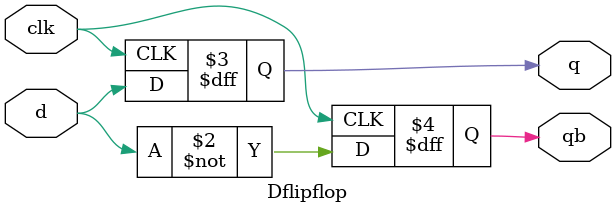
<source format=v>

module Dflipflop(
    input d,clk,
    output reg q,qb
    );
always@(posedge clk)
begin
q=d;
qb=~d;
end
endmodule

</source>
